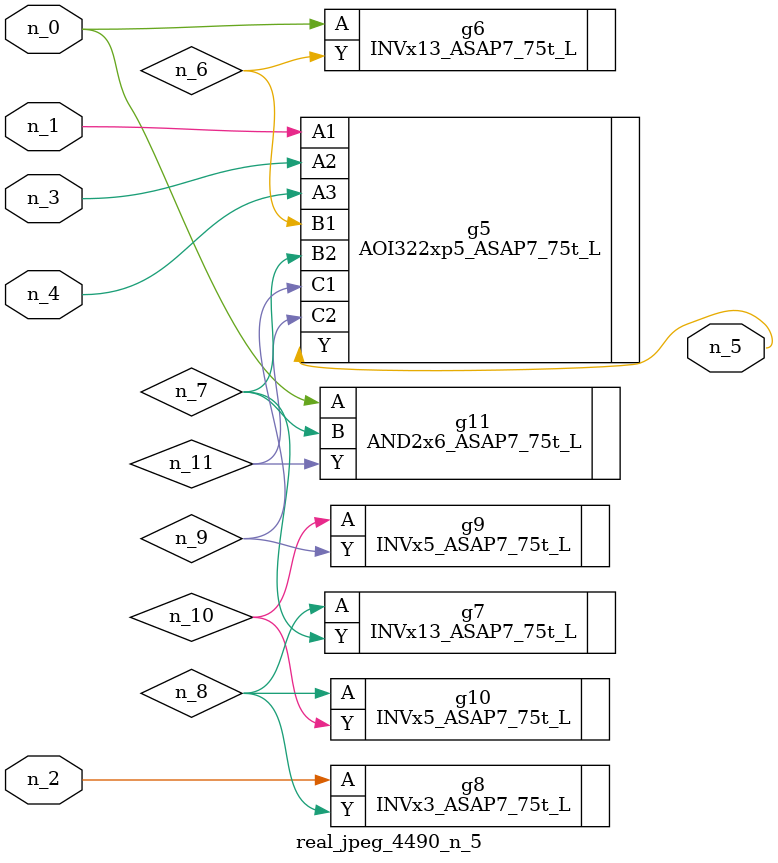
<source format=v>
module real_jpeg_4490_n_5 (n_4, n_0, n_1, n_2, n_3, n_5);

input n_4;
input n_0;
input n_1;
input n_2;
input n_3;

output n_5;

wire n_8;
wire n_11;
wire n_6;
wire n_7;
wire n_10;
wire n_9;

INVx13_ASAP7_75t_L g6 ( 
.A(n_0),
.Y(n_6)
);

AND2x6_ASAP7_75t_L g11 ( 
.A(n_0),
.B(n_7),
.Y(n_11)
);

AOI322xp5_ASAP7_75t_L g5 ( 
.A1(n_1),
.A2(n_3),
.A3(n_4),
.B1(n_6),
.B2(n_7),
.C1(n_9),
.C2(n_11),
.Y(n_5)
);

INVx3_ASAP7_75t_L g8 ( 
.A(n_2),
.Y(n_8)
);

INVx13_ASAP7_75t_L g7 ( 
.A(n_8),
.Y(n_7)
);

INVx5_ASAP7_75t_L g10 ( 
.A(n_8),
.Y(n_10)
);

INVx5_ASAP7_75t_L g9 ( 
.A(n_10),
.Y(n_9)
);


endmodule
</source>
